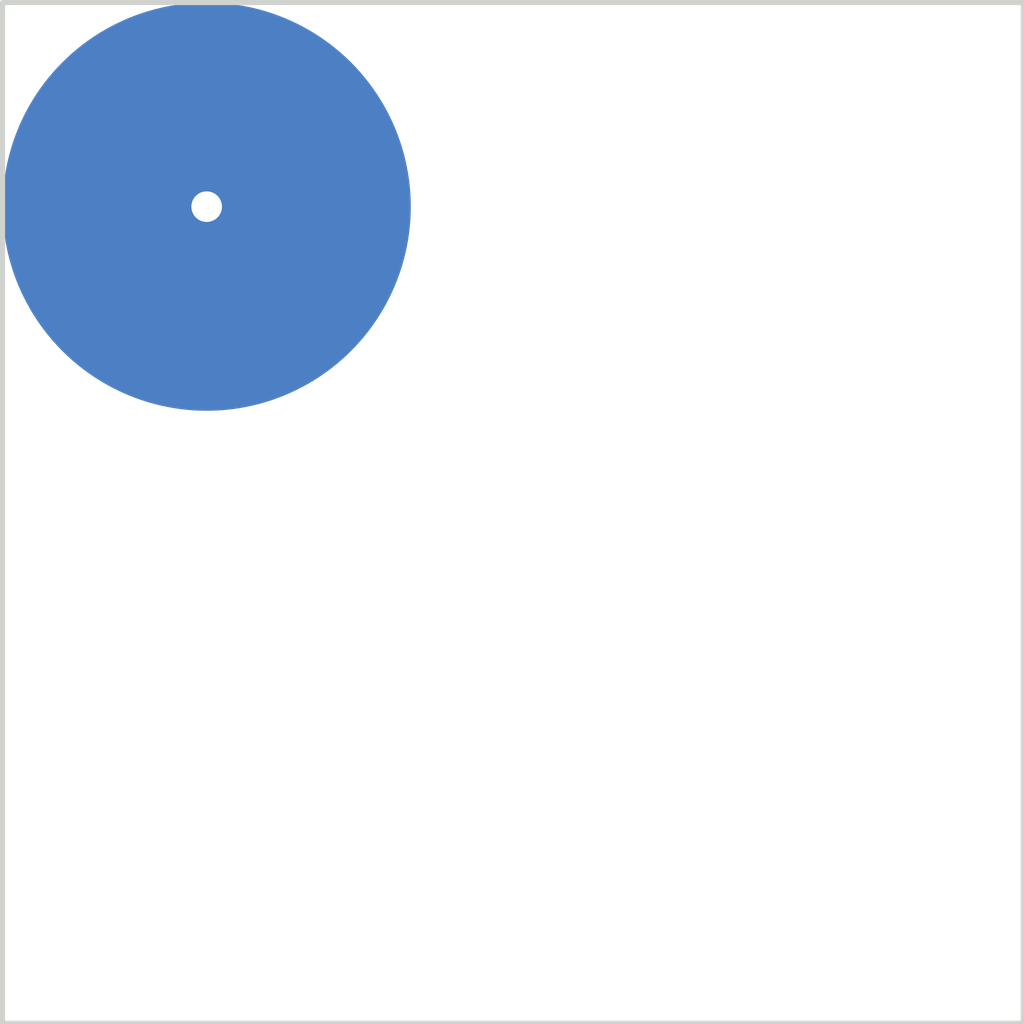
<source format=kicad_pcb>
(kicad_pcb
	(version 20241229)
	(generator "pcbnew")
	(generator_version "9.0")
	(general
		(thickness 1.6)
		(legacy_teardrops no)
	)
	(paper "A4")
	(layers
		(0 "F.Cu" signal)
		(4 "In1.Cu" signal)
		(6 "In2.Cu" signal)
		(8 "In3.Cu" signal)
		(10 "In4.Cu" signal)
		(12 "In5.Cu" signal)
		(14 "In6.Cu" signal)
		(2 "B.Cu" signal)
		(9 "F.Adhes" user "F.Adhesive")
		(11 "B.Adhes" user "B.Adhesive")
		(13 "F.Paste" user)
		(15 "B.Paste" user)
		(5 "F.SilkS" user "F.Silkscreen")
		(7 "B.SilkS" user "B.Silkscreen")
		(1 "F.Mask" user)
		(3 "B.Mask" user)
		(17 "Dwgs.User" user "User.Drawings")
		(19 "Cmts.User" user "User.Comments")
		(21 "Eco1.User" user "User.Eco1")
		(23 "Eco2.User" user "User.Eco2")
		(25 "Edge.Cuts" user)
		(27 "Margin" user)
		(31 "F.CrtYd" user "F.Courtyard")
		(29 "B.CrtYd" user "B.Courtyard")
		(35 "F.Fab" user)
		(33 "B.Fab" user)
		(39 "User.1" user)
		(41 "User.2" user)
		(43 "User.3" user)
		(45 "User.4" user)
	)
	(setup
		(stackup
			(layer "F.SilkS"
				(type "Top Silk Screen")
			)
			(layer "F.Paste"
				(type "Top Solder Paste")
			)
			(layer "F.Mask"
				(type "Top Solder Mask")
				(thickness 0.01)
			)
			(layer "F.Cu"
				(type "copper")
				(thickness 0.035)
			)
			(layer "dielectric 1"
				(type "prepreg")
				(thickness 0.1)
				(material "FR4")
				(epsilon_r 4.5)
				(loss_tangent 0.02)
			)
			(layer "In1.Cu"
				(type "copper")
				(thickness 0.035)
			)
			(layer "dielectric 2"
				(type "core")
				(thickness 0.3)
				(material "FR4")
				(epsilon_r 4.5)
				(loss_tangent 0.02)
			)
			(layer "In2.Cu"
				(type "copper")
				(thickness 0.035)
			)
			(layer "dielectric 3"
				(type "prepreg")
				(thickness 0.1)
				(material "FR4")
				(epsilon_r 4.5)
				(loss_tangent 0.02)
			)
			(layer "In3.Cu"
				(type "copper")
				(thickness 0.035)
			)
			(layer "dielectric 4"
				(type "core")
				(thickness 0.3)
				(material "FR4")
				(epsilon_r 4.5)
				(loss_tangent 0.02)
			)
			(layer "In4.Cu"
				(type "copper")
				(thickness 0.035)
			)
			(layer "dielectric 5"
				(type "prepreg")
				(thickness 0.1)
				(material "FR4")
				(epsilon_r 4.5)
				(loss_tangent 0.02)
			)
			(layer "In5.Cu"
				(type "copper")
				(thickness 0.035)
			)
			(layer "dielectric 6"
				(type "core")
				(thickness 0.3)
				(material "FR4")
				(epsilon_r 4.5)
				(loss_tangent 0.02)
			)
			(layer "In6.Cu"
				(type "copper")
				(thickness 0.035)
			)
			(layer "dielectric 7"
				(type "prepreg")
				(thickness 0.1)
				(material "FR4")
				(epsilon_r 4.5)
				(loss_tangent 0.02)
			)
			(layer "B.Cu"
				(type "copper")
				(thickness 0.035)
			)
			(layer "B.Mask"
				(type "Bottom Solder Mask")
				(thickness 0.01)
			)
			(layer "B.Paste"
				(type "Bottom Solder Paste")
			)
			(layer "B.SilkS"
				(type "Bottom Silk Screen")
			)
			(copper_finish "None")
			(dielectric_constraints no)
		)
		(pad_to_mask_clearance 0)
		(allow_soldermask_bridges_in_footprints no)
		(tenting front back)
		(pcbplotparams
			(layerselection 0x00000000_00000000_55555555_5755f5ff)
			(plot_on_all_layers_selection 0x00000000_00000000_00000000_00000000)
			(disableapertmacros no)
			(usegerberextensions no)
			(usegerberattributes yes)
			(usegerberadvancedattributes yes)
			(creategerberjobfile yes)
			(dashed_line_dash_ratio 12.000000)
			(dashed_line_gap_ratio 3.000000)
			(svgprecision 4)
			(plotframeref no)
			(mode 1)
			(useauxorigin no)
			(hpglpennumber 1)
			(hpglpenspeed 20)
			(hpglpendiameter 15.000000)
			(pdf_front_fp_property_popups yes)
			(pdf_back_fp_property_popups yes)
			(pdf_metadata yes)
			(pdf_single_document no)
			(dxfpolygonmode yes)
			(dxfimperialunits yes)
			(dxfusepcbnewfont yes)
			(psnegative no)
			(psa4output no)
			(plot_black_and_white yes)
			(plotinvisibletext no)
			(sketchpadsonfab no)
			(plotpadnumbers no)
			(hidednponfab no)
			(sketchdnponfab yes)
			(crossoutdnponfab yes)
			(subtractmaskfromsilk no)
			(outputformat 1)
			(mirror no)
			(drillshape 1)
			(scaleselection 1)
			(outputdirectory "")
		)
	)
	(net 0 "")
	(gr_rect
		(start 110 50)
		(end 120 60)
		(stroke
			(width 0.05)
			(type default)
		)
		(fill no)
		(layer "Edge.Cuts")
		(uuid "3ed3f268-f796-4a85-9e3b-e4f53a423baa")
	)
	(via
		(at 112 52)
		(size 0.6)
		(drill 0.3)
		(layers "F.Cu" "B.Cu")
		(padstack
			(mode custom)
			(layer "In1.Cu"
				(size 1)
			)
			(layer "In2.Cu"
				(size 1)
			)
			(layer "In3.Cu"
				(size 1)
			)
			(layer "In4.Cu"
				(size 3)
			)
			(layer "In5.Cu"
				(size 1)
			)
			(layer "In6.Cu"
				(size 1)
			)
			(layer "B.Cu"
				(size 4)
			)
		)
		(net 0)
		(uuid "f759f095-e55a-4a7b-9b39-5b426c79936e")
	)
	(via blind
		(at 118 52)
		(size 0.6)
		(drill 0.3)
		(layers "In2.Cu" "In5.Cu")
		(padstack
			(mode custom)
			(layer "In1.Cu"
				(size 1)
			)
			(layer "In2.Cu"
				(size 1)
			)
			(layer "In3.Cu"
				(size 1)
			)
			(layer "In4.Cu"
				(size 3)
			)
			(layer "In5.Cu"
				(size 1)
			)
			(layer "In6.Cu"
				(size 1)
			)
			(layer "B.Cu"
				(size 4)
			)
		)
		(net 0)
		(uuid "bb26cb56-3fef-4800-9554-49a4a160c02f")
	)
	(embedded_fonts no)
)

</source>
